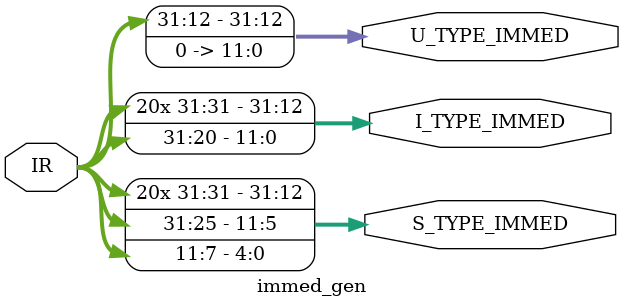
<source format=sv>
`timescale 1ns / 1ps


module immed_gen(
    input  [31:0] IR,
    output [31:0] S_TYPE_IMMED,
    output [31:0] I_TYPE_IMMED,
    output [31:0] U_TYPE_IMMED
);

assign S_TYPE_IMMED = {{20{IR[31]}}, IR[31:25], IR[11:7]};
assign I_TYPE_IMMED = {{20{IR[31]}}, IR[31:20]};
assign U_TYPE_IMMED = {IR[31:12], {12{1'b0}}};

endmodule

</source>
